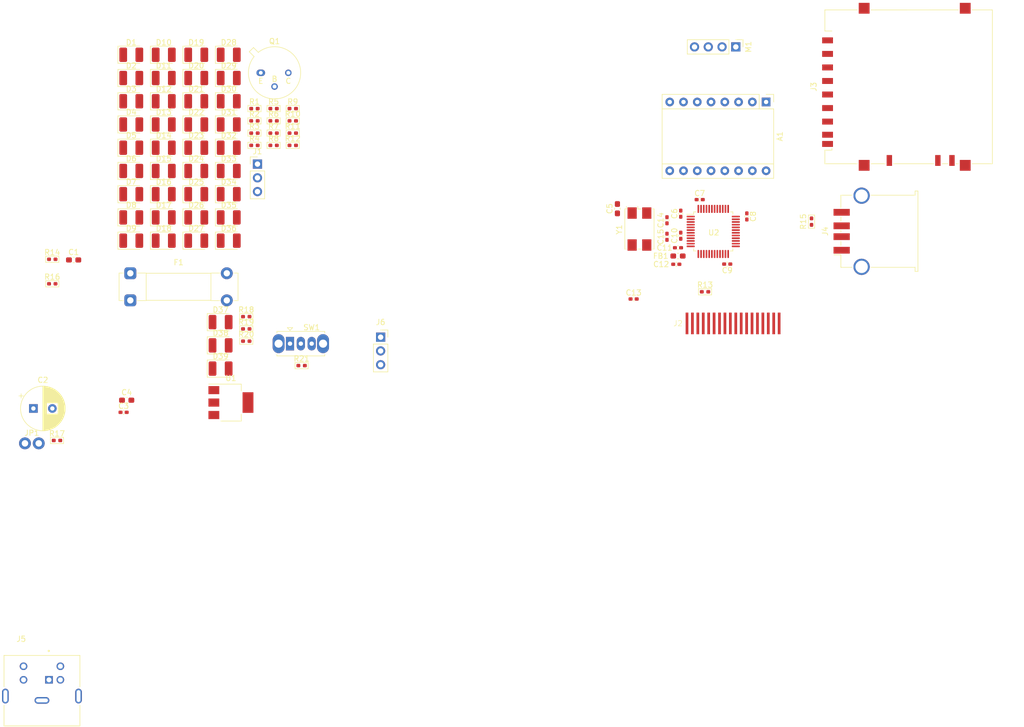
<source format=kicad_pcb>
(kicad_pcb (version 20221018) (generator pcbnew)
  (layers (0 "F.Cu" signal) (31 "B.Cu" signal) (34 "B.Paste" user) (35 "F.Paste" user) (36 "B.SilkS" user "B.Silkscreen") (37 "F.SilkS" user "F.Silkscreen") (38 "B.Mask" user) (39 "F.Mask" user) (44 "Edge.Cuts" user))
  (net 0 "")
  (net 1 "GND")
  (net 2 "+3V3")
  (net 3 "Net-(A1-1B)")
  (net 4 "Net-(A1-1A)")
  (net 5 "Net-(A1-2A)")
  (net 6 "Net-(A1-2B)")
  (net 7 "+12V")
  (net 8 "Net-(A1-~{RESET})")
  (net 9 "Net-(A1-~{SLEEP})")
  (net 10 "+5V")
  (net 11 "Net-(D39-A)")
  (net 12 "/STM32F103C8T6_MCU/+3.3VA")
  (net 13 "/STM32F103C8T6_MCU/NRST_C17_P1")
  (net 14 "/STM32F103C8T6_MCU/HSE_IN_Y1_P1")
  (net 15 "/STM32F103C8T6_MCU/HSE_OUT_Y1_P3")
  (net 16 "Net-(D1-K)")
  (net 17 "Net-(D1-A)")
  (net 18 "Net-(D2-A)")
  (net 19 "/UVLED_Panel/Q1_P3")
  (net 20 "Net-(D4-K)")
  (net 21 "Net-(D4-A)")
  (net 22 "Net-(D5-A)")
  (net 23 "Net-(D7-K)")
  (net 24 "Net-(D7-A)")
  (net 25 "Net-(D8-A)")
  (net 26 "Net-(D10-K)")
  (net 27 "Net-(D10-A)")
  (net 28 "Net-(D11-A)")
  (net 29 "Net-(D13-K)")
  (net 30 "Net-(D13-A)")
  (net 31 "Net-(D14-A)")
  (net 32 "Net-(D16-K)")
  (net 33 "Net-(D16-A)")
  (net 34 "Net-(D17-A)")
  (net 35 "Net-(D19-K)")
  (net 36 "Net-(D19-A)")
  (net 37 "Net-(D20-A)")
  (net 38 "Net-(D22-K)")
  (net 39 "Net-(D22-A)")
  (net 40 "Net-(D23-A)")
  (net 41 "Net-(D25-K)")
  (net 42 "Net-(D25-A)")
  (net 43 "Net-(D26-A)")
  (net 44 "Net-(D28-K)")
  (net 45 "Net-(D28-A)")
  (net 46 "Net-(D29-A)")
  (net 47 "Net-(D31-K)")
  (net 48 "Net-(D31-A)")
  (net 49 "Net-(D32-A)")
  (net 50 "Net-(D34-K)")
  (net 51 "Net-(D34-A)")
  (net 52 "Net-(D35-A)")
  (net 53 "Net-(D37-K)")
  (net 54 "Net-(D38-K)")
  (net 55 "Net-(D39-K)")
  (net 56 "/UVLED_Panel/PB7_UV_LED_ON")
  (net 57 "TFT_RST")
  (net 58 "SPI_1_SCLK")
  (net 59 "TFT_RS")
  (net 60 "TFT_CS")
  (net 61 "SPI_1_MOSI")
  (net 62 "SPI_1_MISO")
  (net 72 "SD_CS")
  (net 73 "SPI_2_MOSI")
  (net 74 "Net-(J3-CLK)")
  (net 75 "SPI_2_MISO")
  (net 78 "USB_D-")
  (net 79 "USB_D+")
  (net 81 "/STM32F103C8T6_MCU/PB7_UV_LED_ON")
  (net 82 "SPI_2_SCLK")
  (net 83 "/STM32F103C8T6_MCU/SW1_R22_P2")
  (net 84 "/STM32F103C8T6_MCU/BOOT0_R22_P1")
  (net 96 "PB6_A4988_ENABLE")
  (net 97 "PB3_A4988_MS3")
  (net 101 "PB5_A4988_MS1")
  (net 102 "PB4_A4988_MS2")
  (net 103 "PA15_A4988_STEP")
  (net 104 "PA14_A4988_DIR")
  (footprint "LED_SMD:LED_1210_3225Metric_Pad1.42x2.65mm_HandSolder" (layer "F.Cu") (at 86.075 73.62)
    (fp_text reference "D9" (at 0 -2.28) (layer "F.SilkS"))
    (fp_text value "LED")
    (pad "1" smd roundrect (at -1.4875 0) (size 1.425 2.65) (layers "F.Cu" "F.Paste" "F.Mask") (roundrect_rratio 0.175439) (net 25 "Net-(D8-A)"))
    (pad "2" smd roundrect (at 1.4875 0) (size 1.425 2.65) (layers "F.Cu" "F.Paste" "F.Mask") (roundrect_rratio 0.175439) (net 19 "/UVLED_Panel/Q1_P3"))
  )
  (footprint "LED_SMD:LED_1210_3225Metric_Pad1.42x2.65mm_HandSolder" (layer "F.Cu") (at 86.075 60.75)
    (fp_text reference "D6" (at 0 -2.28) (layer "F.SilkS"))
    (fp_text value "LED")
    (pad "1" smd roundrect (at -1.4875 0) (size 1.425 2.65) (layers "F.Cu" "F.Paste" "F.Mask") (roundrect_rratio 0.175439) (net 22 "Net-(D5-A)"))
    (pad "2" smd roundrect (at 1.4875 0) (size 1.425 2.65) (layers "F.Cu" "F.Paste" "F.Mask") (roundrect_rratio 0.175439) (net 19 "/UVLED_Panel/Q1_P3"))
  )
  (footprint "PCM_Resistor_SMD_AKL:R_0402_1005Metric_Pad0.72x0.64mm_HandSolder" (layer "F.Cu") (at 112.3345 53.7625)
    (fp_text reference "R7" (at 0 -1.27) (layer "F.SilkS"))
    (fp_text value "120R")
    (pad "1" smd roundrect (at -0.5975 0) (size 0.715 0.64) (layers "F.Cu" "F.Paste" "F.Mask") (net 1 "GND"))
    (pad "2" smd roundrect (at 0.5975 0) (size 0.715 0.64) (layers "F.Cu" "F.Paste" "F.Mask") (net 35 "Net-(D19-K)"))
  )
  (footprint "Capacitor_SMD:C_0402_1005Metric_Pad0.74x0.62mm_HandSolder" (layer "F.Cu") (at 186.944 74.93 180)
    (fp_text reference "C11" (at 2.4805 0) (layer "F.SilkS"))
    (fp_text value "1uC" hide)
    (pad "1" smd roundrect (at -0.5675 0 180) (size 0.735 0.62) (layers "F.Cu" "F.Paste" "F.Mask") (net 12 "/STM32F103C8T6_MCU/+3.3VA"))
    (pad "2" smd roundrect (at 0.5675 0 180) (size 0.735 0.62) (layers "F.Cu" "F.Paste" "F.Mask") (net 1 "GND"))
  )
  (footprint "PCM_Resistor_SMD_AKL:R_0402_1005Metric_Pad0.72x0.64mm_HandSolder" (layer "F.Cu") (at 191.9345 83.058)
    (fp_text reference "R13" (at 0 -1.27) (layer "F.SilkS"))
    (fp_text value "10kR" hide)
    (pad "1" smd roundrect (at -0.5975 0) (size 0.715 0.64) (layers "F.Cu" "F.Paste" "F.Mask") (net 2 "+3V3"))
    (pad "2" smd roundrect (at 0.5975 0) (size 0.715 0.64) (layers "F.Cu" "F.Paste" "F.Mask") (net 60 "TFT_CS"))
  )
  (footprint "Package_TO_SOT_SMD:SOT-223-3_TabPin2" (layer "F.Cu") (at 104.46 103.51)
    (fp_text reference "U1" (at 0 -4.5) (layer "F.SilkS"))
    (fp_text value "LD1117S33TR_SOT223")
    (pad "1" smd rect (at -3.15 -2.3) (size 2 1.5) (layers "F.Cu" "F.Paste" "F.Mask") (net 1 "GND"))
    (pad "2" smd rect (at -3.15 0) (size 2 1.5) (layers "F.Cu" "F.Paste" "F.Mask") (net 11 "Net-(D39-A)"))
    (pad "2" smd rect (at 3.15 0) (size 2 3.8) (layers "F.Cu" "F.Paste" "F.Mask") (net 11 "Net-(D39-A)"))
    (pad "3" smd rect (at -3.15 2.3) (size 2 1.5) (layers "F.Cu" "F.Paste" "F.Mask") (net 10 "+5V"))
  )
  (footprint "LED_SMD:LED_1210_3225Metric_Pad1.42x2.65mm_HandSolder" (layer "F.Cu") (at 98.065 47.88)
    (fp_text reference "D21" (at 0 -2.28) (layer "F.SilkS"))
    (fp_text value "LED")
    (pad "1" smd roundrect (at -1.4875 0) (size 1.425 2.65) (layers "F.Cu" "F.Paste" "F.Mask") (roundrect_rratio 0.175439) (net 37 "Net-(D20-A)"))
    (pad "2" smd roundrect (at 1.4875 0) (size 1.425 2.65) (layers "F.Cu" "F.Paste" "F.Mask") (roundrect_rratio 0.175439) (net 19 "/UVLED_Panel/Q1_P3"))
  )
  (footprint "PCM_Resistor_SMD_AKL:R_0402_1005Metric_Pad0.72x0.64mm_HandSolder" (layer "F.Cu") (at 107.2915 89.9095)
    (fp_text reference "R19" (at 0 -1.27) (layer "F.SilkS"))
    (fp_text value "500R")
    (pad "1" smd roundrect (at -0.5975 0) (size 0.715 0.64) (layers "F.Cu" "F.Paste" "F.Mask") (net 1 "GND"))
    (pad "2" smd roundrect (at 0.5975 0) (size 0.715 0.64) (layers "F.Cu" "F.Paste" "F.Mask") (net 54 "Net-(D38-K)"))
  )
  (footprint "Connector_PinHeader_2.54mm:PinHeader_1x03_P2.54mm_Vertical" (layer "F.Cu") (at 109.36 59.48)
    (fp_text reference "J1" (at 0 -2.33) (layer "F.SilkS"))
    (fp_text value "Conn_01x03_Pin")
    (pad "1" thru_hole rect (at 0 0) (size 1.7 1.7) (drill 1) (layers "*.Cu" "*.Mask") (net 7 "+12V"))
    (pad "2" thru_hole oval (at 0 2.54) (size 1.7 1.7) (drill 1) (layers "*.Cu" "*.Mask") (net 56 "/UVLED_Panel/PB7_UV_LED_ON"))
    (pad "3" thru_hole oval (at 0 5.08) (size 1.7 1.7) (drill 1) (layers "*.Cu" "*.Mask") (net 1 "GND"))
  )
  (footprint "PCM_Jumper_AKL:Jumper_P2.54mm_D1.2mm" (layer "F.Cu") (at 66.463 111.043)
    (fp_text reference "JP1" (at 1.27 -1.92) (layer "F.SilkS"))
    (fp_text value "Open" hide)
    (pad "1" thru_hole circle (at 0 0) (size 2.2 2.2) (drill 1.2) (layers "*.Cu" "*.Mask") (net 9 "Net-(A1-~{SLEEP})"))
    (pad "2" thru_hole circle (at 2.54 0) (size 2.2 2.2) (drill 1.2) (layers "*.Cu" "*.Mask") (net 8 "Net-(A1-~{RESET})"))
  )
  (footprint "LED_SMD:LED_1210_3225Metric_Pad1.42x2.65mm_HandSolder" (layer "F.Cu") (at 98.065 52.17)
    (fp_text reference "D22" (at 0 -2.28) (layer "F.SilkS"))
    (fp_text value "LED")
    (pad "1" smd roundrect (at -1.4875 0) (size 1.425 2.65) (layers "F.Cu" "F.Paste" "F.Mask") (roundrect_rratio 0.175439) (net 38 "Net-(D22-K)"))
    (pad "2" smd roundrect (at 1.4875 0) (size 1.425 2.65) (layers "F.Cu" "F.Paste" "F.Mask") (roundrect_rratio 0.175439) (net 39 "Net-(D22-A)"))
  )
  (footprint "LED_SMD:LED_1210_3225Metric_Pad1.42x2.65mm_HandSolder" (layer "F.Cu") (at 86.075 39.3)
    (fp_text reference "D1" (at 0 -2.28) (layer "F.SilkS"))
    (fp_text value "LED")
    (pad "1" smd roundrect (at -1.4875 0) (size 1.425 2.65) (layers "F.Cu" "F.Paste" "F.Mask") (roundrect_rratio 0.175439) (net 16 "Net-(D1-K)"))
    (pad "2" smd roundrect (at 1.4875 0) (size 1.425 2.65) (layers "F.Cu" "F.Paste" "F.Mask") (roundrect_rratio 0.175439) (net 17 "Net-(D1-A)"))
  )
  (footprint "LED_SMD:LED_1210_3225Metric_Pad1.42x2.65mm_HandSolder" (layer "F.Cu") (at 104.06 43.59)
    (fp_text reference "D29" (at 0 -2.28) (layer "F.SilkS"))
    (fp_text value "LED")
    (pad "1" smd roundrect (at -1.4875 0) (size 1.425 2.65) (layers "F.Cu" "F.Paste" "F.Mask") (roundrect_rratio 0.175439) (net 45 "Net-(D28-A)"))
    (pad "2" smd roundrect (at 1.4875 0) (size 1.425 2.65) (layers "F.Cu" "F.Paste" "F.Mask") (roundrect_rratio 0.175439) (net 46 "Net-(D29-A)"))
  )
  (footprint "Button_Switch_THT:SW_Slide_1P2T_CK_OS102011MS2Q" (layer "F.Cu") (at 115.36 92.635)
    (fp_text reference "SW1" (at 3.99 -2.99) (layer "F.SilkS"))
    (fp_text value "SW_SPDT")
    (pad "" thru_hole oval (at -2.1 0) (size 2.2 3.5) (drill 1.5) (layers "*.Cu" "*.Mask"))
    (pad "" thru_hole oval (at 6.1 0) (size 2.2 3.5) (drill 1.5) (layers "*.Cu" "*.Mask"))
    (pad "1" thru_hole rect (at 0 0) (size 1.5 2.5) (drill 0.8) (layers "*.Cu" "*.Mask") (net 1 "GND"))
    (pad "2" thru_hole oval (at 2 0) (size 1.5 2.5) (drill 0.8) (layers "*.Cu" "*.Mask") (net 83 "/STM32F103C8T6_MCU/SW1_R22_P2"))
    (pad "3" thru_hole oval (at 4 0) (size 1.5 2.5) (drill 0.8) (layers "*.Cu" "*.Mask") (net 2 "+3V3"))
  )
  (footprint "PCM_Resistor_SMD_AKL:R_0402_1005Metric_Pad0.72x0.64mm_HandSolder" (layer "F.Cu") (at 211.582 70.104 -90)
    (fp_text reference "R15" (at 0 1.524 90) (layer "F.SilkS"))
    (fp_text value "1.5kR" hide)
    (pad "1" smd roundrect (at -0.5975 0 270) (size 0.715 0.64) (layers "F.Cu" "F.Paste" "F.Mask") (net 2 "+3V3"))
    (pad "2" smd roundrect (at 0.5975 0 270) (size 0.715 0.64) (layers "F.Cu" "F.Paste" "F.Mask") (net 79 "USB_D+"))
  )
  (footprint "LED_SMD:LED_1210_3225Metric_Pad1.42x2.65mm_HandSolder" (layer "F.Cu") (at 86.075 52.17)
    (fp_text reference "D4" (at 0 -2.28) (layer "F.SilkS"))
    (fp_text value "LED")
    (pad "1" smd roundrect (at -1.4875 0) (size 1.425 2.65) (layers "F.Cu" "F.Paste" "F.Mask") (roundrect_rratio 0.175439) (net 20 "Net-(D4-K)"))
    (pad "2" smd roundrect (at 1.4875 0) (size 1.425 2.65) (layers "F.Cu" "F.Paste" "F.Mask") (roundrect_rratio 0.175439) (net 21 "Net-(D4-A)"))
  )
  (footprint "PCM_Resistor_SMD_AKL:R_0402_1005Metric_Pad0.72x0.64mm_HandSolder" (layer "F.Cu") (at 115.8675 51.4995)
    (fp_text reference "R10" (at 0 -1.27) (layer "F.SilkS"))
    (fp_text value "120R")
    (pad "1" smd roundrect (at -0.5975 0) (size 0.715 0.64) (layers "F.Cu" "F.Paste" "F.Mask") (net 1 "GND"))
    (pad "2" smd roundrect (at 0.5975 0) (size 0.715 0.64) (layers "F.Cu" "F.Paste" "F.Mask") (net 44 "Net-(D28-K)"))
  )
  (footprint "Capacitor_SMD:C_0402_1005Metric_Pad0.74x0.62mm_HandSolder" (layer "F.Cu") (at 186.6305 77.978)
    (fp_text reference "C12" (at -2.794 0) (layer "F.SilkS"))
    (fp_text value "1uC" hide)
    (pad "1" smd roundrect (at -0.5675 0) (size 0.735 0.62) (layers "F.Cu" "F.Paste" "F.Mask") (net 2 "+3V3"))
    (pad "2" smd roundrect (at 0.5675 0) (size 0.735 0.62) (layers "F.Cu" "F.Paste" "F.Mask") (net 1 "GND"))
  )
  (footprint "LED_SMD:LED_1210_3225Metric_Pad1.42x2.65mm_HandSolder" (layer "F.Cu") (at 92.07 73.62)
    (fp_text reference "D18" (at 0 -2.28) (layer "F.SilkS"))
    (fp_text value "LED")
    (pad "1" smd roundrect (at -1.4875 0) (size 1.425 2.65) (layers "F.Cu" "F.Paste" "F.Mask") (roundrect_rratio 0.175439) (net 34 "Net-(D17-A)"))
    (pad "2" smd roundrect (at 1.4875 0) (size 1.425 2.65) (layers "F.Cu" "F.Paste" "F.Mask") (roundrect_rratio 0.175439) (net 19 "/UVLED_Panel/Q1_P3"))
  )
  (footprint "Connector_PinSocket_2.54mm:PinSocket_1x03_P2.54mm_Vertical" (layer "F.Cu") (at 132.08 91.44)
    (fp_text reference "J6" (at 0 -2.77) (layer "F.SilkS"))
    (fp_text value "UV LED Socket")
    (pad "1" thru_hole rect (at 0 0) (size 1.7 1.7) (drill 1) (layers "*.Cu" "*.Mask") (net 7 "+12V"))
    (pad "2" thru_hole oval (at 0 2.54) (size 1.7 1.7) (drill 1) (layers "*.Cu" "*.Mask") (net 81 "/STM32F103C8T6_MCU/PB7_UV_LED_ON"))
    (pad "3" thru_hole oval (at 0 5.08) (size 1.7 1.7) (drill 1) (layers "*.Cu" "*.Mask") (net 1 "GND"))
  )
  (footprint "Capacitor_SMD:C_0402_1005Metric_Pad0.74x0.62mm_HandSolder" (layer "F.Cu") (at 184.912 69.85 90)
    (fp_text reference "C14" (at 0 -1.16 90) (layer "F.SilkS"))
    (fp_text value "14pC" hide)
    (pad "1" smd roundrect (at -0.5675 0 90) (size 0.735 0.62) (layers "F.Cu" "F.Paste" "F.Mask") (net 14 "/STM32F103C8T6_MCU/HSE_IN_Y1_P1"))
    (pad "2" smd roundrect (at 0.5675 0 90) (size 0.735 0.62) (layers "F.Cu" "F.Paste" "F.Mask") (net 1 "GND"))
  )
  (footprint "Capacitor_SMD:C_0402_1005Metric_Pad0.74x0.62mm_HandSolder" (layer "F.Cu") (at 196.0285 77.943941 180)
    (fp_text reference "C9" (at 0 -1.16) (layer "F.SilkS"))
    (fp_text value "100nC" hide)
    (pad "1" smd roundrect (at -0.5675 0 180) (size 0.735 0.62) (layers "F.Cu" "F.Paste" "F.Mask") (net 2 "+3V3"))
    (pad "2" smd roundrect (at 0.5675 0 180) (size 0.735 0.62) (layers "F.Cu" "F.Paste" "F.Mask") (net 1 "GND"))
  )
  (footprint "PCM_Resistor_SMD_AKL:R_0402_1005Metric_Pad0.72x0.64mm_HandSolder" (layer "F.Cu") (at 112.3345 56.0255)
    (fp_text reference "R8" (at 0 -1.27) (layer "F.SilkS"))
    (fp_text value "120R")
    (pad "1" smd roundrect (at -0.5975 0) (size 0.715 0.64) (layers "F.Cu" "F.Paste" "F.Mask") (net 1 "GND"))
    (pad "2" smd roundrect (at 0.5975 0) (size 0.715 0.64) (layers "F.Cu" "F.Paste" "F.Mask") (net 38 "Net-(D22-K)"))
  )
  (footprint "LED_SMD:LED_1210_3225Metric_Pad1.42x2.65mm_HandSolder" (layer "F.Cu") (at 92.07 43.59)
    (fp_text reference "D11" (at 0 -2.28) (layer "F.SilkS"))
    (fp_text value "LED")
    (pad "1" smd roundrect (at -1.4875 0) (size 1.425 2.65) (layers "F.Cu" "F.Paste" "F.Mask") (roundrect_rratio 0.175439) (net 27 "Net-(D10-A)"))
    (pad "2" smd roundrect (at 1.4875 0) (size 1.425 2.65) (layers "F.Cu" "F.Paste" "F.Mask") (roundrect_rratio 0.175439) (net 28 "Net-(D11-A)"))
  )
  (footprint "PCM_Resistor_SMD_AKL:R_0402_1005Metric_Pad0.72x0.64mm_HandSolder" (layer "F.Cu") (at 115.8675 56.0255)
    (fp_text reference "R12" (at 0 -1.27) (layer "F.SilkS"))
    (fp_text value "120R")
    (pad "1" smd roundrect (at -0.5975 0) (size 0.715 0.64) (layers "F.Cu" "F.Paste" "F.Mask") (net 1 "GND"))
    (pad "2" smd roundrect (at 0.5975 0) (size 0.715 0.64) (layers "F.Cu" "F.Paste" "F.Mask") (net 50 "Net-(D34-K)"))
  )
  (footprint "PCM_Package_TO_SOT_THT_AKL:TO-5-3_EBC" (layer "F.Cu") (at 109.97 42.63)
    (fp_text reference "Q1" (at 2.54 -5.82) (layer "F.SilkS"))
    (fp_text value "2N2222" hide)
    (fp_text user "E" (at 0 1.524 unlocked) (layer "F.SilkS"))
    (fp_text user "C" (at 5.08 1.524 unlocked) (layer "F.SilkS"))
    (fp_text user "B" (at 2.54 1.143 unlocked) (layer "F.SilkS"))
    (pad "1" thru_hole oval (at 0 0) (size 1.6 1.2) (drill 0.7) (layers "*.Cu" "*.Mask") (net 7 "+12V"))
    (pad "2" thru_hole oval (at 2.54 2.54) (size 1.2 1.2) (drill 0.7) (layers "*.Cu" "*.Mask") (net 56 "/UVLED_Panel/PB7_UV_LED_ON"))
    (pad "3" thru_hole oval (at 5.08 0) (size 1.2 1.2) (drill 0.7) (layers "*.Cu" "*.Mask") (net 19 "/UVLED_Panel/Q1_P3"))
  )
  (footprint "LED_SMD:LED_1210_3225Metric_Pad1.42x2.65mm_HandSolder" (layer "F.Cu") (at 104.06 47.88)
    (fp_text reference "D30" (at 0 -2.28) (layer "F.SilkS"))
    (fp_text value "LED")
    (pad "1" smd roundrect (at -1.4875 0) (size 1.425 2.65) (layers "F.Cu" "F.Paste" "F.Mask") (roundrect_rratio 0.175439) (net 46 "Net-(D29-A)"))
    (pad "2" smd roundrect (at 1.4875 0) (size 1.425 2.65) (layers "F.Cu" "F.Paste" "F.Mask") (roundrect_rratio 0.175439) (net 19 "/UVLED_Panel/Q1_P3"))
  )
  (footprint "Connector_Card:SD_Hirose_DM1AA_SF_PEJ82" (layer "F.Cu") (at 229.4895 45.212 90)
    (fp_text reference "J3" (at 0 -17.5 90) (layer "F.SilkS"))
    (fp_text value "SD_Card")
    (pad "" np_thru_hole circle (at -11.9 -12.75 90) (size 1.3 1.3) (drill 1.3) (layers "*.Cu" "*.Mask"))
    (pad "" np_thru_hole circle (at 10.5 -12.75 90) (size 1.3 1.3) (drill 1.3) (layers "*.Cu" "*.Mask"))
    (pad "1" smd rect (at 6.075 -14.95 90) (size 1.1 2) (layers "F.Cu" "F.Paste" "F.Mask") (net 72 "SD_CS"))
    (pad "2" smd rect (at 3.575 -14.95 90) (size 1.1 2) (layers "F.Cu" "F.Paste" "F.Mask") (net 73 "SPI_2_MOSI"))
    (pad "3" smd rect (at 1.075 -14.95 90) (size 1.1 2) (layers "F.Cu" "F.Paste" "F.Mask") (net 1 "GND"))
    (pad "4" smd rect (at -1.425 -14.95 90) (size 1.1 2) (layers "F.Cu" "F.Paste" "F.Mask") (net 2 "+3V3"))
    (pad "5" smd rect (at -3.925 -14.95 90) (size 1.1 2) (layers "F.Cu" "F.Paste" "F.Mask") (net 74 "Net-(J3-CLK)"))
    (pad "6" smd rect (at -6.425 -14.95 90) (size 1.1 2) (layers "F.Cu" "F.Paste" "F.Mask") (net 1 "GND"))
    (pad "7" smd rect (at -8.85 -14.95 90) (size 1.1 2) (layers "F.Cu" "F.Paste" "F.Mask") (net 75 "SPI_2_MISO"))
    (pad "8" smd rect (at -10.55 -14.95 90) (size 1.1 2) (layers "F.Cu" "F.Paste" "F.Mask"))
    (pad "9" smd rect (at 8.575 -14.95 90) (size 1.1 2) (layers "F.Cu" "F.Paste" "F.Mask"))
    (pad "CP" smd rect (at -13.6 -3.55 90) (size 2 1) (layers "F.Cu" "F.Paste" "F.Mask"))
    (pad "SH" smd rect (at -14.5 -8.2 90) (size 2 2) (layers "F.Cu" "F.Paste" "F.Mask"))
    (pad "SH" smd rect (at -14.5 10.45 90) (size 2 2) (layers "F.Cu" "F.Paste" "F.Mask"))
    (pad "SH" smd rect (at 14.5 -8.2 90) (size 2 2) (layers "F.Cu" "F.Paste" "F.Mask"))
    (pad "SH" smd rect (at 14.5 10.45 90) (size 2 2) (layers "F.Cu" "F.Paste" "F.Mask"))
    (pad "SW" smd rect (at -13.6 8 90) (size 2 1) (layers "F.Cu" "F.Paste" "F.Mask"))
    (pad "WP" smd rect (at -13.6 5.4 90) (size 2 1) (layers "F.Cu" "F.Paste" "F.Mask"))
  )
  (footprint "Fuse:Fuseholder_Clip-5x20mm_Bel_FC-203-22_Lateral_P17.80x5.00mm_D1.17mm_Horizontal" (layer "F.Cu") (at 85.9 79.64)
    (fp_text reference "F1" (at 8.9 -2) (layer "F.SilkS"))
    (fp_text value "500mA")
    (pad "1" thru_hole roundrect (at 0 0) (size 2.2 2.2) (drill 1.17) (layers "*.Cu" "*.Mask") (net 11 "Net-(D39-A)"))
    (pad "1" thru_hole roundrect (at 0 5) (size 2.2 2.2) (drill 1.17) (layers "*.Cu" "*.Mask") (net 11 "Net-(D39-A)"))
    (pad "2" thru_hole circle (at 17.8 0) (size 2.2 2.2) (drill 1.17) (layers "*.Cu" "*.Mask") (net 2 "+3V3"))
    (pad "2" thru_hole circle (at 17.8 5) (size 2.2 2.2) (drill 1.17) (layers "*.Cu" "*.Mask") (net 2 "+3V3"))
  )
  (footprint "LED_SMD:LED_1210_3225Metric_Pad1.42x2.65mm_HandSolder" (layer "F.Cu") (at 104.06 60.75)
    (fp_text reference "D33" (at 0 -2.28) (layer "F.SilkS"))
    (fp_text value "LED")
    (pad "1" smd roundrect (at -1.4875 0) (size 1.425 2.65) (layers "F.Cu" "F.Paste" "F.Mask") (roundrect_rratio 0.175439) (net 49 "Net-(D32-A)"))
    (pad "2" smd roundrect (at 1.4875 0) (size 1.425 2.65) (layers "F.Cu" "F.Paste" "F.Mask") (roundrect_rratio 0.175439) (net 19 "/UVLED_Panel/Q1_P3"))
  )
  (footprint "LED_SMD:LED_1210_3225Metric_Pad1.42x2.65mm_HandSolder" (layer "F.Cu") (at 98.065 56.46)
    (fp_text reference "D23" (at 0 -2.28) (layer "F.SilkS"))
    (fp_text value "LED")
    (pad "1" smd roundrect (at -1.4875 0) (size 1.425 2.65) (layers "F.Cu" "F.Paste" "F.Mask") (roundrect_rratio 0.175439) (net 39 "Net-(D22-A)"))
    (pad "2" smd roundrect (at 1.4875 0) (size 1.425 2.65) (layers "F.Cu" "F.Paste" "F.Mask") (roundrect_rratio 0.175439) (net 40 "Net-(D23-A)"))
  )
  (footprint "LED_SMD:LED_1210_3225Metric_Pad1.42x2.65mm_HandSolder" (layer "F.Cu") (at 92.07 69.33)
    (fp_text reference "D17" (at 0 -2.28) (layer "F.SilkS"))
    (fp_text value "LED")
    (pad "1" smd roundrect (at -1.4875 0) (size 1.425 2.65) (layers "F.Cu" "F.Paste" "F.Mask") (roundrect_rratio 0.175439) (net 33 "Net-(D16-A)"))
    (pad "2" smd roundrect (at 1.4875 0) (size 1.425 2.65) (layers "F.Cu" "F.Paste" "F.Mask") (roundrect_rratio 0.175439) (net 34 "Net-(D17-A)"))
  )
  (footprint "LED_SMD:LED_1210_3225Metric_Pad1.42x2.65mm_HandSolder" (layer "F.Cu") (at 104.06 73.62)
    (fp_text reference "D36" (at 0 -2.28) (layer "F.SilkS"))
    (fp_text value "LED")
    (pad "1" smd roundrect (at -1.4875 0) (size 1.425 2.65) (layers "F.Cu" "F.Paste" "F.Mask") (roundrect_rratio 0.175439) (net 52 "Net-(D35-A)"))
    (pad "2" smd roundrect (at 1.4875 0) (size 1.425 2.65) (layers "F.Cu" "F.Paste" "F.Mask") (roundrect_rratio 0.175439) (net 19 "/UVLED_Panel/Q1_P3"))
  )
  (footprint "PCM_Resistor_SMD_AKL:R_0402_1005Metric_Pad0.72x0.64mm_HandSolder" (layer "F.Cu") (at 112.3345 51.4995)
    (fp_text reference "R6" (at 0 -1.27) (layer "F.SilkS"))
    (fp_text value "120R")
    (pad "1" smd roundrect (at -0.5975 0) (size 0.715 0.64) (layers "F.Cu" "F.Paste" "F.Mask") (net 1 "GND"))
    (pad "2" smd roundrect (at 0.5975 0) (size 0.715 0.64) (layers "F.Cu" "F.Paste" "F.Mask") (net 32 "Net-(D16-K)"))
  )
  (footprint "Capacitor_SMD:C_0402_1005Metric_Pad0.74x0.62mm_HandSolder" (layer "F.Cu") (at 187.452 68.6395 90)
    (fp_text reference "C6" (at 0 -1.16 90) (layer "F.SilkS"))
    (fp_text value "100nC" hide)
    (pad "1" smd roundrect (at -0.5675 0 90) (size 0.735 0.62) (layers "F.Cu" "F.Paste" "F.Mask") (net 2 "+3V3"))
    (pad "2" smd roundrect (at 0.5675 0 90) (size 0.735 0.62) (layers "F.Cu" "F.Paste" "F.Mask") (net 1 "GND"))
  )
  (footprint "PCM_Resistor_SMD_AKL:R_0402_1005Metric_Pad0.72x0.64mm_HandSolder" (layer "F.Cu") (at 112.3345 49.2365)
    (fp_text reference "R5" (at 0 -1.27) (layer "F.SilkS"))
    (fp_text value "120R")
    (pad "1" smd roundrect (at -0.5975 0) (size 0.715 0.64) (layers "F.Cu" "F.Paste" "F.Mask") (net 1 "GND"))
    (pad "2" smd roundrect (at 0.5975 0) (size 0.715 0.64) (layers "F.Cu" "F.Paste" "F.Mask") (net 29 "Net-(D13-K)"))
  )
  (footprint "Capacitor_SMD:C_0402_1005Metric_Pad0.74x0.62mm_HandSolder" (layer "F.Cu") (at 184.912 72.898 90)
    (fp_text reference "C15" (at 0 -1.16 90) (layer "F.SilkS"))
    (fp_text value "14pC" hide)
    (pad "1" smd roundrect (at -0.5675 0 90) (size 0.735 0.62) (layers "F.Cu" "F.Paste" "F.Mask") (net 15 "/STM32F103C8T6_MCU/HSE_OUT_Y1_P3"))
    (pad "2" smd roundrect (at 0.5675 0 90) (size 0.735 0.62) (layers "F.Cu" "F.Paste" "F.Mask") (net 1 "GND"))
  )
  (footprint "PCM_Resistor_SMD_AKL:R_0402_1005Metric_Pad0.72x0.64mm_HandSolder" (layer "F.Cu") (at 115.8675 53.7625)
    (fp_text reference "R11" (at 0 -1.27) (layer "F.SilkS"))
    (fp_text value "120R")
    (pad "1" smd roundrect (at -0.5975 0) (size 0.715 0.64) (layers "F.Cu" "F.Paste" "F.Mask") (net 1 "GND"))
    (pad "2" smd roundrect (at 0.5975 0) (size 0.715 0.64) (layers "F.Cu" "F.Paste" "F.Mask") (net 47 "Net-(D31-K)"))
  )
  (footprint "LED_SMD:LED_1210_3225Metric_Pad1.42x2.65mm_HandSolder" (layer "F.Cu") (at 92.07 56.46)
    (fp_text reference "D14" (at 0 -2.28) (layer "F.SilkS"))
    (fp_text value "LED")
    (pad "1" smd roundrect (at -1.4875 0) (size 1.425 2.65) (layers "F.Cu" "F.Paste" "F.Mask") (roundrect_rratio 0.175439) (net 30 "Net-(D13-A)"))
    (pad "2" smd roundrect (at 1.4875 0) (size 1.425 2.65) (layers "F.Cu" "F.Paste" "F.Mask") (roundrect_rratio 0.175439) (net 31 "Net-(D14-A)"))
  )
  (footprint "LED_SMD:LED_1210_3225Metric_Pad1.42x2.65mm_HandSolder" (layer "F.Cu") (at 92.07 65.04)
    (fp_text reference "D16" (at 0 -2.28) (layer "F.SilkS"))
    (fp_text value "LED")
    (pad "1" smd roundrect (at -1.4875 0) (size 1.425 2.65) (layers "F.Cu" "F.Paste" "F.Mask") (roundrect_rratio 0.175439) (net 32 "Net-(D16-K)"))
    (pad "2" smd roundrect (at 1.4875 0) (size 1.425 2.65) (layers "F.Cu" "F.Paste" "F.Mask") (roundrect_rratio 0.175439) (net 33 "Net-(D16-A)"))
  )
  (footprint "Connector_USB:USB_A_TE_292303-7_Horizontal" (layer "F.Cu") (at 223.52 71.882 90)
    (fp_text reference "J4" (at 0 -9.42 90) (layer "F.SilkS"))
    (fp_text value "USB_A")
    (pad "1" smd rect (at -3.5 -6.38 90) (size 1.25 3) (layers "F.Cu" "F.Paste" "F.Mask") (net 10 "+5V"))
    (pad "2" smd rect (at -1 -6.38 90) (size 1.25 3) (layers "F.Cu" "F.Paste" "F.Mask") (net 78 "USB_D-"))
    (pad "3" smd rect (at 1 -6.38 90) (size 1.25 3) (layers "F.Cu" "F.Paste" "F.Mask") (net 79 "USB_D+"))
    (pad "4" smd rect (at 3.5 -6.38 90) (size 1.25 3) (layers "F.Cu" "F.Paste" "F.Mask") (net 1 "GND"))
    (pad "5" thru_hole circle (at -6.57 -2.7 90) (size 3 3) (drill 2.3) (layers "*.Cu" "*.Mask"))
    (pad "5" thru_hole circle (at 6.57 -2.7 90) (size 3 3) (drill 2.3) (layers "*.Cu" "*.Mask"))
  )
  (footprint "LED_SMD:LED_1210_3225Metric_Pad1.42x2.65mm_HandSolder" (layer "F.Cu") (at 104.06 69.33)
    (fp_text reference "D35" (at 0 -2.28) (layer "F.SilkS"))
    (fp_text value "LED")
    (pad "1" smd roundrect (at -1.4875 0) (size 1.425 2.65) (layers "F.Cu" "F.Paste" "F.Mask") (roundrect_rratio 0.175439) (net 51 "Net-(D34-A)"))
    (pad "2" smd roundrect (at 1.4875 0) (size 1.425 2.65) (layers "F.Cu" "F.Paste" "F.Mask") (roundrect_rratio 0.175439) (net 52 "Net-(D35-A)"))
  )
  (footprint "Capacitor_SMD:C_0402_1005Metric_Pad0.74x0.62mm_HandSolder" (layer "F.Cu") (at 199.644 69.1475 -90)
    (fp_text reference "C8" (at 0 -1.16 90) (layer "F.SilkS"))
    (fp_text value "100nC" hide)
    (pad "1" smd roundrect (at -0.5675 0 270) (size 0.735 0.62) (layers "F.Cu" "F.Paste" "F.Mask") (net 2 "+3V3"))
    (pad "2" smd roundrect (at 0.5675 0 270) (size 0.735 0.62) (layers "F.Cu" "F.Paste" "F.Mask") (net 1 "GND"))
  )
  (footprint "PCM_Resistor_SMD_AKL:R_0402_1005Metric_Pad0.72x0.64mm_HandSolder" (layer "F.Cu") (at 108.8015 56.0255)
    (fp_text reference "R4" (at 0 -1.27) (layer "F.SilkS"))
    (fp_text value "120R")
    (pad "1" smd roundrect (at -0.5975 0) (size 0.715 0.64) (layers "F.Cu" "F.Paste" "F.Mask") (net 1 "GND"))
    (pad "2" smd roundrect (at 0.5975 0) (size 0.715 0.64) (layers "F.Cu" "F.Paste" "F.Mask") (net 26 "Net-(D10-K)"))
  )
  (footprint "Capacitor_SMD:C_0603_1608Metric_Pad1.08x0.95mm_HandSolder" (layer "F.Cu") (at 75.44 77.18)
    (fp_text reference "C1" (at 0 -1.43) (layer "F.SilkS"))
    (fp_text value "100nC")
    (pad "1" smd roundrect (at -0.8625 0) (size 1.075 0.95) (layers "F.Cu" "F.Paste" "F.Mask") (net 2 "+3V3"))
    (pad "2" smd roundrect (at 0.8625 0) (size 1.075 0.95) (layers "F.Cu" "F.Paste" "F.Mask") (net 1 "GND"))
  )
  (footprint "LED_SMD:LED_1210_3225Metric_Pad1.42x2.65mm_HandSolder" (layer "F.Cu") (at 102.555 88.66)
    (fp_text reference "D37" (at 0 -2.28) (layer "F.SilkS"))
    (fp_text value "RED")
    (pad "1" smd roundrect (at -1.4875 0) (size 1.425 2.65) (layers "F.Cu" "F.Paste" "F.Mask") (roundrect_rratio 0.175439) (net 53 "Net-(D37-K)"))
    (pad "2" smd roundrect (at 1.4875 0) (size 1.425 2.65) (layers "F.Cu" "F.Paste" "F.Mask") (roundrect_rratio 0.175439) (net 10 "+5V"))
  )
  (footprint "PCM_Resistor_SMD_AKL:R_0402_1005Metric_Pad0.72x0.64mm_HandSolder" (layer "F.Cu") (at 117.5015 96.6865)
    (fp_text reference "R21" (at 0 -1.27) (layer "F.SilkS"))
    (fp_text value "10kR")
    (pad "1" smd roundrect (at -0.5975 0) (size 0.715 0.64) (layers "F.Cu" "F.Paste" "F.Mask") (net 84 "/STM32F103C8T6_MCU/BOOT0_R22_P1"))
    (pad "2" smd roundrect (at 0.5975 0) (size 0.715 0.64) (layers "F.Cu" "F.Paste" "F.Mask") (net 83 "/STM32F103C8T6_MCU/SW1_R22_P2"))
  )
  (footprint "LED_SMD:LED_1210_3225Metric_Pad1.42x2.65mm_HandSolder" (layer "F.Cu") (at 102.555 97.24)
    (fp_text reference "D39" (at 0 -2.28) (layer "F.SilkS"))
    (fp_text value "RED")
    (pad "1" smd roundrect (at -1.4875 0) (size 1.425 2.65) (layers "F.Cu" "F.Paste" "F.Mask") (roundrect_rratio 0.175439) (net 55 "Net-(D39-K)"))
    (pad "2" smd roundrect (at 1.4875 0) (size 1.425 2.65) (layers "F.Cu" "F.Paste" "F.Mask") (roundrect_rratio 0.175439) (net 11 "Net-(D39-A)"))
  )
  (footprint "PCM_Resistor_SMD_AKL:R_0402_1005Metric_Pad0.72x0.64mm_HandSolder" (layer "F.Cu") (at 108.8015 49.2365)
    (fp_text reference "R1" (at 0 -1.27) (layer "F.SilkS"))
    (fp_text value "120R")
    (pad "1" smd roundrect (at -0.5975 0) (size 0.715 0.64) (layers "F.Cu" "F.Paste" "F.Mask") (net 1 "GND"))
    (pad "2" smd roundrect (at 0.5975 0) (size 0.715 0.64) (layers "F.Cu" "F.Paste" "F.Mask") (net 16 "Net-(D1-K)"))
  )
  (footprint "LED_SMD:LED_1210_3225Metric_Pad1.42x2.65mm_HandSolder" (layer "F.Cu") (at 98.065 65.04)
    (fp_text reference "D25" (at 0 -2.28) (layer "F.SilkS"))
    (fp_text value "LED")
    (pad "1" smd roundrect (at -1.4875 0) (size 1.425 2.65) (layers "F.Cu" "F.Paste" "F.Mask") (roundrect_rratio 0.175439) (net 41 "Net-(D25-K)"))
    (pad "2" smd roundrect (at 1.4875 0) (size 1.425 2.65) (layers "F.Cu" "F.Paste" "F.Mask") (roundrect_rratio 0.175439) (net 42 "Net-(D25-A)"))
  )
  (footprint "LED_SMD:LED_1210_3225Metric_Pad1.42x2.65mm_HandSolder" (layer "F.Cu") (at 98.065 43.59)
    (fp_text reference "D20" (at 0 -2.28) (layer "F.SilkS"))
    (fp_text value "LED")
    (pad "1" smd roundrect (at -1.4875 0) (size 1.425 2.65) (layers "F.Cu" "F.Paste" "F.Mask") (roundrect_rratio 0.175439) (net 36 "Net-(D19-A)"))
    (pad "2" smd roundrect (at 1.4875 0) (size 1.425 2.65) (layers "F.Cu" "F.Paste" "F.Mask") (roundrect_rratio 0.175439) (net 37 "Net-(D20-A)"))
  )
  (footprint "LED_SMD:LED_1210_3225Metric_Pad1.42x2.65mm_HandSolder" (layer "F.Cu") (at 92.07 52.17)
    (fp_text reference "D13" (at 0 -2.28) (layer "F.SilkS"))
    (fp_text value "LED")
    (pad "1" smd roundrect (at -1.4875 0) (size 1.425 2.65) (layers "F.Cu" "F.Paste" "F.Mask") (roundrect_rratio 0.175439) (net 29 "Net-(D13-K)"))
    (pad "2" smd roundrect (at 1.4875 0) (size 1.425 2.65) (layers "F.Cu" "F.Paste" "F.Mask") (roundrect_rratio 0.175439) (net 30 "Net-(D13-A)"))
  )
  (footprint "LED_SMD:LED_1210_3225Metric_Pad1.42x2.65mm_HandSolder" (layer "F.Cu") (at 92.07 60.75)
    (fp_text reference "D15" (at 0 -2.28) (layer "F.SilkS"))
    (fp_text value "LED")
    (pad "1" smd roundrect (at -1.4875 0) (size 1.425 2.65) (layers "F.Cu" "F.Paste" "F.Mask") (roundrect_rratio 0.175439) (net 31 "Net-(D14-A)"))
    (pad "2" smd roundrect (at 1.4875 0) (size 1.425 2.65) (layers "F.Cu" "F.Paste" "F.Mask") (roundrect_rratio 0.175439) (net 19 "/UVLED_Panel/Q1_P3"))
  )
  (footprint "LED_SMD:LED_1210_3225Metric_Pad1.42x2.65mm_HandSolder" (layer "F.Cu") (at 98.065 73.62)
    (fp_text reference "D27" (at 0 -2.28) (layer "F.SilkS"))
    (fp_text value "LED")
    (pad "1" smd roundrect (at -1.4875 0) (size 1.425 2.65) (layers "F.Cu" "F.Paste" "F.Mask") (roundrect_rratio 0.175439) (net 43 "Net-(D26-A)"))
    (pad "2" smd roundrect (at 1.4875 0) (size 1.425 2.65) (layers "F.Cu" "F.Paste" "F.Mask") (roundrect_rratio 0.175439) (net 19 "/UVLED_Panel/Q1_P3"))
  )
  (footprint "PCM_Resistor_SMD_AKL:R_0402_1005Metric_Pad0.72x0.64mm_HandSolder" (layer "F.Cu") (at 115.8675 49.2365)
    (fp_text reference "R9" (at 0 -1.27) (layer "F.SilkS"))
    (fp_text value "120R")
    (pad "1" smd roundrect (at -0.5975 0) (size 0.715 0.64) (layers "F.Cu" "F.Paste" "F.Mask") (net 1 "GND"))
    (pad "2" smd roundrect (at 0.5975 0) (size 0.715 0.64) (layers "F.Cu" "F.Paste" "F.Mask") (net 41 "Net-(D25-K)"))
  )
  (footprint "LED_SMD:LED_1210_3225Metric_Pad1.42x2.65mm_HandSolder" (layer "F.Cu") (at 104.06 52.17)
    (fp_text reference "D31" (at 0 -2.28) (layer "F.SilkS"))
    (fp_text value "LED")
    (pad "1" smd roundrect (at -1.4875 0) (size 1.425 2.65) (layers "F.Cu" "F.Paste" "F.Mask") (roundrect_rratio 0.175439) (net 47 "Net-(D31-K)"))
    (pad "2" smd roundrect (at 1.4875 0) (size 1.425 2.65) (layers "F.Cu" "F.Paste" "F.Mask") (roundrect_rratio 0.175439) (net 48 "Net-(D31-A)"))
  )
  (footprint "LED_SMD:LED_1210_3225Metric_Pad1.42x2.65mm_HandSolder" (layer "F.Cu") (at 86.075 47.88)
    (fp_text reference "D3" (at 0 -2.28) (layer "F.SilkS"))
    (fp_text value "LED")
    (pad "1" smd roundrect (at -1.4875 0) (size 1.425 2.65) (layers "F.Cu" "F.Paste" "F.Mask") (roundrect_rratio 0.175439) (net 18 "Net-(D2-A)"))
    (pad "2" smd roundrect (at 1.4875 0) (size 1.425 2.65) (layers "F.Cu" "F.Paste" "F.Mask") (roundrect_rratio 0.175439) (net 19 "/UVLED_Panel/Q1_P3"))
  )
  (footprint "Capacitor_THT:CP_Radial_D8.0mm_P3.50mm" (layer "F.Cu") (at 68.014698 104.6)
    (fp_text reference "C2" (at 1.75 -5.25) (layer "F.SilkS"))
    (fp_text value "100uC")
    (pad "1" thru_hole rect (at 0 0) (size 1.6 1.6) (drill 0.8) (layers "*.Cu" "*.Mask") (net 7 "+12V"))
    (pad "2" thru_hole circle (at 3.5 0) (size 1.6 1.6) (drill 0.8) (layers "*.Cu" "*.Mask") (net 1 "GND"))
  )
  (footprint "Capacitor_SMD:C_0402_1005Metric_Pad0.74x0.62mm_HandSolder" (layer "F.Cu") (at 178.7565 84.39)
    (fp_text reference "C13" (at 0 -1.16) (layer "F.SilkS"))
    (fp_text value "100nC" hide)
    (pad "1" smd roundrect (at -0.5675 0) (size 0.735 0.62) (layers "F.Cu" "F.Paste" "F.Mask") (net 13 "/STM32F103C8T6_MCU/NRST_C17_P1"))
    (pad "2" smd roundrect (at 0.5675 0) (size 0.735 0.62) (layers "F.Cu" "F.Paste" "F.Mask") (net 1 "GND"))
  )
  (footprint "PCM_Resistor_SMD_AKL:R_0402_1005Metric_Pad0.72x0.64mm_HandSolder" (layer "F.Cu") (at 72.3715 110.5065)
    (fp_text reference "R17" (at 0 -1.27) (layer "F.SilkS"))
    (fp_text value "10kR")
    (pad "1" smd roundrect (at -0.5975 0) (size 0.715 0.64) (layers "F.Cu" "F.Paste" "F.Mask") (net 96 "PB6_A4988_ENABLE"))
    (pad "2" smd roundrect (at 0.5975 0) (size 0.715 0.64) (layers "F.Cu" "F.Paste" "F.Mask") (net 1 "GND"))
  )
  (footprint "PCM_Resistor_SMD_AKL:R_0402_1005Metric_Pad0.72x0.64mm_HandSolder" (layer "F.Cu") (at 108.8015 53.7625)
    (fp_text reference "R3" (at 0 -1.27) (layer "F.SilkS"))
    (fp_text value "120R")
    (pad "1" smd roundrect (at -0.5975 0) (size 0.715 0.64) (layers "F.Cu" "F.Paste" "F.Mask") (net 1 "GND"))
    (pad "2" smd roundrect (at 0.5975 0) (size 0.715 0.64) (layers "F.Cu" "F.Paste" "F.Mask") (net 23 "Net-(D7-K)"))
  )
  (footprint "Connector_PinHeader_2.54mm:PinHeader_1x04_P2.54mm_Vertical" (layer "F.Cu") (at 197.612 37.846 -90)
    (fp_text reference "M1" (at 0 -2.33 90) (layer "F.SilkS"))
    (fp_text value "Z-Axis Stepper Motor")
    (pad "1" thru_hole rect (at 0 0 270) (size 1.7 1.7) (drill 1) (layers "*.Cu" "*.Mask") (net 4 "Net-(A1-1A)"))
    (pad "2" thru_hole oval (at 0 2.54 270) (size 1.7 1.7) (drill 1) (layers "*.Cu" "*.Mask") (net 3 "Net-(A1-1B)"))
    (pad "3" thru_hole oval (at 0 5.08 270) (size 1.7 1.7) (drill 1) (layers "*.Cu" "*.Mask") (net 5 "Net-(A1-2A)"))
    (pad "4" thru_hole oval (at 0 7.62 270) (size 1.7 1.7) (drill 1) (layers "*.Cu" "*.Mask") (net 6 "Net-(A1-2B)"))
  )
  (footprint "PCM_Resistor_SMD_AKL:R_0402_1005Metric_Pad0.72x0.64mm_HandSolder" (layer "F.Cu") (at 108.8015 51.4995)
    (fp_text reference "R2" (at 0 -1.27) (layer "F.SilkS"))
    (fp_text value "120R")
    (pad "1" smd roundrect (at -0.5975 0) (size 0.715 0.64) (layers "F.Cu" "F.Paste" "F.Mask") (net 1 "GND"))
    (pad "2" smd roundrect (at 0.5975 0) (size 0.715 0.64) (layers "F.Cu" "F.Paste" "F.Mask") (net 20 "Net-(D4-K)"))
  )
  (footprint "LED_SMD:LED_1210_3225Metric_Pad1.42x2.65mm_HandSolder" (layer "F.Cu") (at 92.07 47.88)
    (fp_text reference "D12" (at 0 -2.28) (layer "F.SilkS"))
    (fp_text value "LED")
    (pad "1" smd roundrect (at -1.4875 0) (size 1.425 2.65) (layers "F.Cu" "F.Paste" "F.Mask") (roundrect_rratio 0.175439) (net 28 "Net-(D11-A)"))
    (pad "2" smd roundrect (at 1.4875 0) (size 1.425 2.65) (layers "F.Cu" "F.Paste" "F.Mask") (roundrect_rratio 0.175439) (net 19 "/UVLED_Panel/Q1_P3"))
  )
  (footprint "LED_SMD:LED_1210_3225Metric_Pad1.42x2.65mm_HandSolder" (layer "F.Cu") (at 86.075 43.59)
    (fp_text reference "D2" (at 0 -2.28) (layer "F.SilkS"))
    (fp_text value "LED")
    (pad "1" smd roundrect (at -1.4875 0) (size 1.425 2.65) (layers "F.Cu" "F.Paste" "F.Mask") (roundrect_rratio 0.175439) (net 17 "Net-(D1-A)"))
    (pad "2" smd roundrect (at 1.4875 0) (size 1.425 2.65) (layers "F.Cu" "F.Paste" "F.Mask") (roundrect_rratio 0.175439) (net 18 "Net-(D2-A)"))
  )
  (footprint "LED_SMD:LED_1210_3225Metric_Pad1.42x2.65mm_HandSolder" (layer "F.Cu") (at 86.075 56.46)
    (fp_text reference "D5" (at 0 -2.28) (layer "F.SilkS"))
    (fp_text value "LED")
    (pad "1" smd roundrect (at -1.4875 0) (size 1.425 2.65) (layers "F.Cu" "F.Paste" "F.Mask") (roundrect_rratio 0.175439) (net 21 "Net-(D4-A)"))
    (pad "2" smd roundrect (at 1.4875 0) (size 1.425 2.65) (layers "F.Cu" "F.Paste" "F.Mask") (roundrect_rratio 0.175439) (net 22 "Net-(D5-A)"))
  )
  (footprint "LED_SMD:LED_1210_3225Metric_Pad1.42x2.65mm_HandSolder" (layer "F.Cu") (at 86.075 65.04)
    (fp_text reference "D7" (at 0 -2.28) (layer "F.SilkS"))
    (fp_text value "LED")
    (pad "1" smd roundrect (at -1.4875 0) (size 1.425 2.65) (layers "F.Cu" "F.Paste" "F.Mask") (roundrect_rratio 0.175439) (net 23 "Net-(D7-K)"))
    (pad "2" smd roundrect (at 1.4875 0) (size 1.425 2.65) (layers "F.Cu" "F.Paste" "F.Mask") (roundrect_rratio 0.175439) (net 24 "Net-(D7-A)"))
  )
  (footprint "Capacitor_SMD:C_0603_1608Metric_Pad1.08x0.95mm_HandSolder" (layer "F.Cu") (at 175.768 67.7175 90)
    (fp_text reference "C5" (at 0 -1.43 90) (layer "F.SilkS"))
    (fp_text value "10uC" hide)
    (pad "1" smd roundrect (at -0.8625 0 90) (size 1.075 0.95) (layers "F.Cu" "F.Paste" "F.Mask") (net 2 "+3V3"))
    (pad "2" smd roundrect (at 0.8625 0 90) (size 1.075 0.95) (layers "F.Cu" "F.Paste" "F.Mask") (net 1 "GND"))
  )
  (footprint "Module:Pololu_Breakout-16_15.2x20.3mm" (layer "F.Cu") (at 203.2 48.016 -90)
    (fp_text reference "A1" (at 6.35 -2.54 90) (layer "F.SilkS"))
    (fp_text value "A4988")
    (pad "1" thru_hole rect (at 0 0 270) (size 1.6 1.6) (drill 0.8) (layers "*.Cu" "*.Mask") (net 1 "GND"))
    (pad "2" thru_hole oval (at 0 2.54 270) (size 1.6 1.6) (drill 0.8) (layers "*.Cu" "*.Mask") (net 2 "+3V3"))
    (pad "3" thru_hole oval (at 0 5.08 270) (size 1.6 1.6) (drill 0.8) (layers "*.Cu" "*.Mask") (net 3 "Net-(A1-1B)"))
    (pad "4" thru_hole oval (at 0 7.62 270) (size 1.6 1.6) (drill 0.8) (layers "*.Cu" "*.Mask") (net 4 "Net-(A1-1A)"))
    (pad "5" thru_hole oval (at 0 10.16 270) (size 1.6 1.6) (drill 0.8) (layers "*.Cu" "*.Mask") (net 5 "Net-(A1-2A)"))
    (pad "6" thru_hole oval (at 0 12.7 270) (size 1.6 1.6) (drill 0.8) (layers "*.Cu" "*.Mask") (net 6 "Net-(A1-2B)"))
    (pad "7" thru_hole oval (at 0 15.24 270) (size 1.6 1.6) (drill 0.8) (layers "*.Cu" "*.Mask") (net 1 "GND"))
    (pad "8" thru_hole oval (at 0 17.78 270) (size 1.6 1.6) (drill 0.8) (layers "*.Cu" "*.Mask") (net 7 "+12V"))
    (pad "9" thru_hole oval (at 12.7 17.78 270) (size 1.6 1.6) (drill 0.8) (layers "*.Cu" "*.Mask") (net 96 "PB6_A4988_ENABLE"))
    (pad "10" thru_hole oval (at 12.7 15.24 270) (size 1.6 1.6) (drill 0.8) (layers "*.Cu" "*.Mask") (net 101 "PB5_A4988_MS1"))
    (pad "11" thru_hole oval (at 12.7 12.7 270) (size 1.6 1.6) (drill 0.8) (layers "*.Cu" "*.Mask") (net 102 "PB4_A4988_MS2"))
    (pad "12" thru_hole oval (at 12.7 10.16 270) (size 1.6 1.6) (drill 0.8) (layers "*.Cu" "*.Mask") (net 97 "PB3_A4988_MS3"))
    (pad "13" thru_hole oval (at 12.7 7.62 270) (size 1.6 1.6) (drill 0.8) (layers "*.Cu" "*.Mask") (net 8 "Net-(A1-~{RESET})"))
    (pad "14" thru_hole oval (at 12.7 5.08 270) (size 1.6 1.6) (drill 0.8) (layers "*.Cu" "*.Mask") (net 9 "Net-(A1-~{SLEEP})"))
    (pad "15" thru_hole oval (at 12.7 2.54 270) (size 1.6 1.6) (drill 0.8) (layers "*.Cu" "*.Mask") (net 103 "PA15_A4988_STEP"))
    (pad "16" thru_hole oval (at 12.7 0 270) (size 1.6 1.6) (drill 0.8) (layers "*.Cu" "*.Mask") (net 104 "PA14_A4988_DIR"))
  )
  (footprint "LED_SMD:LED_1210_3225Metric_Pad1.42x2.65mm_HandSolder" (layer "F.Cu") (at 104.06 65.04)
    (fp_text reference "D34" (at 0 -2.28) (layer "F.SilkS"))
    (fp_text value "LED")
    (pad "1" smd roundrect (at -1.4875 0) (size 1.425 2.65) (layers "F.Cu" "F.Paste" "F.Mask") (roundrect_rratio 0.175439) (net 50 "Net-(D34-K)"))
    (pad "2" smd roundrect (at 1.4875 0) (size 1.425 2.65) (layers "F.Cu" "F.Paste" "F.Mask") (roundrect_rratio 0.175439) (net 51 "Net-(D34-A)"))
  )
  (footprint "Package_QFP:LQFP-48_7x7mm_P0.5mm" (layer "F.Cu") (at 193.4495 71.918)
    (fp_text reference "U2" (at 0.0985 0.218) (layer "F.SilkS"))
    (fp_text value "STM32F103C8Tx")
    (pad "1" smd roundrect (at -4.1625 -2.75) (size 1.475 0.3) (layers "F.Cu" "F.Paste" "F.Mask") (net 2 "+3V3"))
    (pad "2" smd roundrect (at -4.1625 -2.25) (size 1.475 0.3) (layers "F.Cu" "F.Paste" "F.Mask") (net 84 "/STM32F103C8T6_MCU/BOOT0_R22_P1"))
    (pad "3" smd roundrect (at -4.1625 -1.75) (size 1.475 0.3) (layers "F.Cu" "F.Paste" "F.Mask"))
    (pad "4" smd roundrect (at -4.1625 -1.25) (size 1.475 0.3) (layers "F.Cu" "F.Paste" "F.Mask"))
    (pad "5" smd roundrect (at -4.1625 -0.75) (size 1.475 0.3) (layers "F.Cu" "F.Paste" "F.Mask") (net 14 "/STM32F103C8T6_MCU/HSE_IN_Y1_P1"))
    (pad "6" smd roundrect (at -4.1625 -0.25) (size 1.475 0.3) (layers "F.Cu" "F.Paste" "F.Mask") (net 15 "/STM32F103C8T6_MCU/HSE_OUT_Y1_P3"))
    (pad "7" smd roundrect (at -4.1625 0.25) (size 1.475 0.3) (layers "F.Cu" "F.Paste" "F.Mask") (net 13 "/STM32F103C8T6_MCU/NRST_C17_P1"))
    (pad "8" smd roundrect (at -4.1625 0.75) (size 1.475 0.3) (layers "F.Cu" "F.Paste" "F.Mask") (net 1 "GND"))
    (pad "9" smd roundrect (at -4.1625 1.25) (size 1.475 0.3) (layers "F.Cu" "F.Paste" "F.Mask") (net 12 "/STM32F103C8T6_MCU/+3.3VA"))
    (pad "10" smd roundrect (at -4.1625 1.75) (size 1.475 0.3) (layers "F.Cu" "F.Paste" "F.Mask"))
    (pad "11" smd roundrect (at -4.1625 2.25) (size 1.475 0.3) (layers "F.Cu" "F.Paste" "F.Mask"))
    (pad "12" smd roundrect (at -4.1625 2.75) (size 1.475 0.3) (layers "F.Cu" "F.Paste" "F.Mask") (net 57 "TFT_RST"))
    (pad "13" smd roundrect (at -2.75 4.1625) (size 0.3 1.475) (layers "F.Cu" "F.Paste" "F.Mask") (net 59 "TFT_RS"))
    (pad "14" smd roundrect (at -2.25 4.1625) (size 0.3 1.475) (layers "F.Cu" "F.Paste" "F.Mask") (net 60 "TFT_CS"))
    (pad "15" smd roundrect (at -1.75 4.1625) (size 0.3 1.475) (layers "F.Cu" "F.Paste" "F.Mask") (net 58 "SPI_1_SCLK"))
    (pad "16" smd roundrect (at -1.25 4.1625) (size 0.3 1.475) (layers "F.Cu" "F.Paste" "F.Mask") (net 62 "SPI_1_MISO"))
    (pad "17" smd roundrect (at -0.75 4.1625) (size 0.3 1.475) (layers "F.Cu" "F.Paste" "F.Mask") (net 61 "SPI_1_MOSI"))
    (pad "18" smd roundrect (at -0.25 4.1625) (size 0.3 1.475) (layers "F.Cu" "F.Paste" "F.Mask"))
    (pad "19" smd roundrect (at 0.25 4.1625) (size 0.3 1.475) (layers "F.Cu" "F.Paste" "F.Mask"))
    (pad "20" smd roundrect (at 0.75 4.1625) (size 0.3 1.475) (layers "F.Cu" "F.Paste" "F.Mask"))
    (pad "21" smd roundrect (at 1.25 4.1625) (size 0.3 1.475) (layers "F.Cu" "F.Paste" "F.Mask"))
    (pad "22" smd roundrect (at 1.75 4.1625) (size 0.3 1.475) (layers "F.Cu" "F.Paste" "F.Mask"))
    (pad "23" smd roundrect (at 2.25 4.1625) (size 0.3 1.475) (layers "F.Cu" "F.Paste" "F.Mask") (net 1 "GND"))
    (pad "24" smd roundrect (at 2.75 4.1625) (size 0.3 1.475) (layers "F.Cu" "F.Paste" "F.Mask") (net 2 "+3V3"))
    (pad "25" smd roundrect (at 4.1625 2.75) (size 1.475 0.3) (layers "F.Cu" "F.Paste" "F.Mask") (net 72 "SD_CS"))
    (pad "26" smd roundrect (at 4.1625 2.25) (size 1.475 0.3) (layers "F.Cu" "F.Paste" "F.Mask") (net 82 "SPI_2_SCLK"))
    (pad "27" smd roundrect (at 4.1625 1.75) (size 1.475 0.3) (layers "F.Cu" "F.Paste" "F.Mask") (net 75 "SPI_2_MISO"))
    (pad "28" smd roundrect (at 4.1625 1.25) (size 1.475 0.3) (layers "F.Cu" "F.Paste" "F.Mask") (net 73 "SPI_2_MOSI"))
    (pad "29" smd roundrect (at 4.1625 0.75) (size 1.475 0.3) (layers "F.Cu" "F.Paste" "F.Mask"))
    (pad "30" smd roundrect (at 4.1625 0.25) (size 1.475 0.3) (layers "F.Cu" "F.Paste" "F.Mask"))
    (pad "31" smd roundrect (at 4.1625 -0.25) (size 1.475 0.3) (layers "F.Cu" "F.Paste" "F.Mask"))
    (pad "32" smd roundrect (at 4.1625 -0.75) (size 1.475 0.3) (layers "F.Cu" "F.Paste" "F.Mask") (net 78 "USB_D-"))
    (pad "33" smd roundrect (at 4.1625 -1.25) (size 1.475 0.3) (layers "F.Cu" "F.Paste" "F.Mask") (net 79 "USB_D+"))
    (pad "34" smd roundrect (at 4.1625 -1.75) (size 1.475 0.3) (layers "F.Cu" "F.Paste" "F.Mask"))
    (pad "35" smd roundrect (at 4.1625 -2.25) (size 1.475 0.3) (layers "F.Cu" "F.Paste" "F.Mask") (net 1 "GND"))
    (pad "36" smd roundrect (at 4.1625 -2.75) (size 1.475 0.3) (layers "F.Cu" "F.Paste" "F.Mask") (net 2 "+3V3"))
    (pad "37" smd roundrect (at 2.75 -4.1625) (size 0.3 1.475) (layers "F.Cu" "F.Paste" "F.Mask") (net 104 "PA14_A4988_DIR"))
    (pad "38" smd roundrect (at 2.25 -4.1625) (size 0.3 1.475) (layers "F.Cu" "F.Paste" "F.Mask") (net 103 "PA15_A4988_STEP"))
    (pad "39" smd roundrect (at 1.75 -4.1625) (size 0.3 1.475) (layers "F.Cu" "F.Paste" "F.Mask") (net 97 "PB3_A4988_MS3"))
    (pad "40" smd roundrect (at 1.25 -4.1625) (size 0.3 1.475) (layers "F.Cu" "F.Paste" "F.Mask") (net 102 "PB4_A4988_MS2"))
    (pad "41" smd roundrect (at 0.75 -4.1625) (size 0.3 1.475) (layers "F.Cu" "F.Paste" "F.Mask") (net 101 "PB5_A4988_MS1"))
    (pad "42" smd roundrect (at 0.25 -4.1625) (size 0.3 1.475) (layers "F.Cu" "F.Paste" "F.Mask") (net 96 "PB6_A4988_ENABLE"))
    (pad "43" smd roundrect (at -0.25 -4.1625) (size 0.3 1.475) (layers "F.Cu" "F.Paste" "F.Mask") (net 81 "/STM32F103C8T6_MCU/PB7_UV_LED_ON"))
    (pad "44" smd roundrect (at -0.75 -4.1625) (size 0.3 1.475) (layers "F.Cu" "F.Paste" "F.Mask") (net 84 "/STM32F103C8T6_MCU/BOOT0_R22_P1"))
    (pad "45" smd roundrect (at -1.25 -4.1625) (size 0.3 1.475) (layers "F.Cu" "F.Paste" "F.Mask"))
    (pad "46" smd roundrect (at -1.75 -4.1625) (size 0.3 1.475) (layers "F.Cu" "F.Paste" "F.Mask"))
    (pad "47" smd roundrect (at -2.25 -4.1625) (size 0.3 1.475) (layers "F.Cu" "F.Paste" "F.Mask") (net 1 "GND"))
    (pad "48" smd roundrect (at -2.75 -4.1625) (size 0.3 1.475) (layers "F.Cu" "F.Paste" "F.Mask") (net 2 "+3V3"))
  )
  (footprint "Crystal:Crystal_SMD_7050-4Pin_7.0x5.0mm" (layer "F.Cu") (at 179.832 71.472 -90)
    (fp_text reference "Y1" (at 0.098 3.73 90) (layer "F.SilkS"))
    (fp_text value "16MHz" hide)
    (pad "1" smd rect (at -2.95 1.35 270) (size 2.1 1.7) (layers "F.Cu" "F.Paste" "F.Mask") (net 14 "/STM32F103C8T6_MCU/HSE_IN_Y1_P1"))
    (pad "2" smd rect (at 2.95 1.35 270) (size 2.1 1.7) (layers "F.Cu" "F.Paste" "F.Mask") (net 1 "GND"))
    (pad "3" smd rect (at 2.95 -1.35 270) (size 2.1 1.7) (layers "F.Cu" "F.Paste" "F.Mask") (net 15 "/STM32F103C8T6_MCU/HSE_OUT_Y1_P3"))
    (pad "4" smd rect (at -2.95 -1.35 270) (size 2.1 1.7) (layers "F.Cu" "F.Paste" "F.Mask") (net 1 "GND"))
  )
  (footprint "PCM_Resistor_SMD_AKL:R_0402_1005Metric_Pad0.72x0.64mm_HandSolder" (layer "F.Cu") (at 71.5015 81.5825)
    (fp_text reference "R16" (at 0 -1.27) (layer "F.SilkS"))
    (fp_text value "1kR")
    (pad "1" smd roundrect (at -0.5975 0) (size 0.715 0.64) (layers "F.Cu" "F.Paste" "F.Mask") (net 82 "SPI_2_SCLK"))
    (pad "2" smd roundrect (at 0.5975 0) (size 0.715 0.64) (layers "F.Cu" "F.Paste" "F.Mask") (net 74 "Net-(J3-CLK)"))
  )
  (footprint "Inductor_SMD:L_0603_1608Metric_Pad1.05x0.95mm_HandSolder" (layer "F.Cu") (at 186.944 76.454 180)
    (fp_text reference "FB1" (at 3.189 0 180) (layer "F.SilkS"))
    (fp_text value "120R" hide)
    (pad "1" smd roundrect (at -0.875 0 180) (size 1.05 0.95) (layers "F.Cu" "F.Paste" "F.Mask") (net 12 "/STM32F103C8T6_MCU/+3.3VA"))
    (pad "2" smd roundrect (at 0.875 0 180) (size 1.05 0.95) (layers "F.Cu" "F.Paste" "F.Mask") (net 2 "+3V3"))
  )
  (footprint "Capacitor_SMD:C_0402_1005Metric_Pad0.74x0.62mm_HandSolder" (layer "F.Cu") (at 84.66 105.31)
    (fp_text reference "C3" (at 0 -1.16) (layer "F.SilkS"))
    (fp_text value "100nC")
    (pad "1" smd roundrect (at -0.5675 0) (size 0.735 0.62) (layers "F.Cu" "F.Paste" "F.Mask") (net 10 "+5V"))
    (pad "2" smd roundrect (at 0.5675 0) (size 0.735 0.62) (layers "F.Cu" "F.Paste" "F.Mask") (net 1 "GND"))
  )
  (footprint "LED_SMD:LED_1210_3225Metric_Pad1.42x2.65mm_HandSolder" (layer "F.Cu") (at 98.065 39.3)
    (fp_text reference "D19" (at 0 -2.28) (layer "F.SilkS"))
    (fp_text value "LED")
    (pad "1" smd roundrect (at -1.4875 0) (size 1.425 2.65) (layers "F.Cu" "F.Paste" "F.Mask") (roundrect_rratio 0.175439) (net 35 "Net-(D19-K)"))
    (pad "2" smd roundrect (at 1.4875 0) (size 1.425 2.65) (layers "F.Cu" "F.Paste" "F.Mask") (roundrect_rratio 0.175439) (net 36 "Net-(D19-A)"))
  )
  (footprint "Capacitor_SMD:C_0402_1005Metric_Pad0.74x0.62mm_HandSolder" (layer "F.Cu") (at 187.452 72.7035 90)
    (fp_text reference "C10" (at 0 -1.16 90) (layer "F.SilkS"))
    (fp_text value "10nC" hide)
    (pad "1" smd roundrect (at -0.5675 0 90) (size 0.735 0.62) (layers "F.Cu" "F.Paste" "F.Mask") (net 12 "/STM32F103C8T6_MCU/+3.3VA"))
    (pad "2" smd roundrect (at 0.5675 0 90) (size 0.735 0.62) (layers "F.Cu" "F.Paste" "F.Mask") (net 1 "GND"))
  )
  (footprint "Capacitor_SMD:C_0402_1005Metric_Pad0.74x0.62mm_HandSolder" (layer "F.Cu") (at 190.9485 66.04)
    (fp_text reference "C7" (at 0 -1.16) (layer "F.SilkS"))
    (fp_text value "100nC" hide)
    (pad "1" smd roundrect (at -0.5675 0) (size 0.735 0.62) (layers "F.Cu" "F.Paste" "F.Mask") (net 2 "+3V3"))
    (pad "2" smd roundrect (at 0.5675 0) (size 0.735 0.62) (layers "F.Cu" "F.Paste" "F.Mask") (net 1 "GND"))
  )
  (footprint "PCM_Resistor_SMD_AKL:R_0402_1005Metric_Pad0.72x0.64mm_HandSolder" (layer "F.Cu") (at 71.5015 77.0565)
    (fp_text reference "R14" (at 0 -1.27) (layer "F.SilkS"))
    (fp_text value "10kR")
    (pad "1" smd roundrect (at -0.5975 0) (size 0.715 0.64) (layers "F.Cu" "F.Paste" "F.Mask") (net 2 "+3V3"))
    (pad "2" smd roundrect (at 0.5975 0) (size 0.715 0.64) (layers "F.Cu" "F.Paste" "F.Mask") (net 72 "SD_CS"))
  )
  (footprint "ResinPrinter:18Pin_LCD_Panel" (layer "F.Cu") (at 197.104 88.9 90)
    (fp_text reference "J2" (at 0 -10.16 unlocked) (layer "F.SilkS") (effects (font (thickness 0.1))))
    (fp_text value "~" hide)
    (pad "1" smd rect (at 0 -8.5 90) (size 4 0.5) (layers "F.Cu" "F.Paste" "F.Mask") (net 1 "GND"))
    (pad "2" smd rect (at 0 -7.5 90) (size 4 0.5) (layers "F.Cu" "F.Paste" "F.Mask") (net 57 "TFT_RST"))
    (pad "3" smd rect (at 0 -6.5 90) (size 4 0.5) (layers "F.Cu" "F.Paste" "F.Mask") (net 58 "SPI_1_SCLK"))
    (pad "4" smd rect (at 0 -5.5 90) (size 4 0.5) (layers "F.Cu" "F.Paste" "F.Mask") (net 59 "TFT_RS"))
    (pad "5" smd rect (at 0 -4.5 90) (size 4 0.5) (layers "F.Cu" "F.Paste" "F.Mask") (net 60 "TFT_CS"))
    (pad "6" smd rect (at 0 -3.5 90) (size 4 0.5) (layers "F.Cu" "F.Paste" "F.Mask") (net 61 "SPI_1_MOSI"))
    (pad "7" smd rect (at 0 -2.5 90) (size 4 0.5) (layers "F.Cu" "F.Paste" "F.Mask") (net 62 "SPI_1_MISO"))
    (pad "8" smd rect (at 0 -1.5 90) (size 4 0.5) (layers "F.Cu" "F.Paste" "F.Mask") (net 1 "GND"))
    (pad "9" smd rect (at 0 -0.5 90) (size 4 0.5) (layers "F.Cu" "F.Paste" "F.Mask") (net 2 "+3V3"))
    (pad "10" smd rect (at 0 0.5 90) (size 4 0.5) (layers "F.Cu" "F.Paste" "F.Mask"))
    (pad "11" smd rect (at 0 1.5 90) (size 4 0.5) (layers "F.Cu" "F.Paste" "F.Mask"))
    (pad "12" smd rect (at 0 2.5 90) (size 4 0.5) (layers "F.Cu" "F.Paste" "F.Mask"))
    (pad "13" smd rect (at 0 3.5 90) (size 4 0.5) (layers "F.Cu" "F.Paste" "F.Mask"))
    (pad "14" smd rect (at 0 4.5 90) (size 4 0.5) (layers "F.Cu" "F.Paste" "F.Mask"))
    (pad "15" smd rect (at 0 5.5 90) (size 4 0.5) (layers "F.Cu" "F.Paste" "F.Mask"))
    (pad "16" smd rect (at 0 6.5 90) (size 4 0.5) (layers "F.Cu" "F.Paste" "F.Mask"))
    (pad "17" smd rect (at 0 7.5 90) (size 4 0.5) (layers "F.Cu" "F.Paste" "F.Mask"))
    (pad "18" smd rect (at 0 8.5 90) (size 4 0.5) (layers "F.Cu" "F.Paste" "F.Mask"))
  )
  (footprint "LED_SMD:LED_1210_3225Metric_Pad1.42x2.65mm_HandSolder" (layer "F.Cu") (at 86.075 69.33)
    (fp_text reference "D8" (at 0 -2.28) (layer "F.SilkS"))
    (fp_text value "LED")
    (pad "1" smd roundrect (at -1.4875 0) (size 1.425 2.65) (layers "F.Cu" "F.Paste" "F.Mask") (roundrect_rratio 0.175439) (net 24 "Net-(D7-A)"))
    (pad "2" smd roundrect (at 1.4875 0) (size 1.425 2.65) (layers "F.Cu" "F.Paste" "F.Mask") (roundrect_rratio 0.175439) (net 25 "Net-(D8-A)"))
  )
  (footprint "PCM_Resistor_SMD_AKL:R_0402_1005Metric_Pad0.72x0.64mm_HandSolder" (layer "F.Cu") (at 107.2915 87.6465)
    (fp_text reference "R18" (at 0 -1.27) (layer "F.SilkS"))
    (fp_text value "150R")
    (pad "1" smd roundrect (at -0.5975 0) (size 0.715 0.64) (layers "F.Cu" "F.Paste" "F.Mask") (net 53 "Net-(D37-K)"))
    (pad "2" smd roundrect (at 0.5975 0) (size 0.715 0.64) (layers "F.Cu" "F.Paste" "F.Mask") (net 1 "GND"))
  )
  (footprint "Capacitor_SMD:C_0603_1608Metric_Pad1.08x0.95mm_HandSolder" (layer "F.Cu") (at 85.23 103.07)
    (fp_text reference "C4" (at 0 -1.43) (layer "F.SilkS"))
    (fp_text value "10uC")
    (pad "1" smd roundrect (at -0.8625 0) (size 1.075 0.95) (layers "F.Cu" "F.Paste" "F.Mask") (net 11 "Net-(D39-A)"))
    (pad "2" smd roundrect (at 0.8625 0) (size 1.075 0.95) (layers "F.Cu" "F.Paste" "F.Mask") (net 1 "GND"))
  )
  (footprint "LED_SMD:LED_1210_3225Metric_Pad1.42x2.65mm_HandSolder" (layer "F.Cu") (at 102.555 92.95)
    (fp_text reference "D38" (at 0 -2.28) (layer "F.SilkS"))
    (fp_text value "RED")
    (pad "1" smd roundrect (at -1.4875 0) (size 1.425 2.65) (layers "F.Cu" "F.Paste" "F.Mask") (roundrect_rratio 0.175439) (net 54 "Net-(D38-K)"))
    (pad "2" smd roundrect (at 1.4875 0) (size 1.425 2.65) (layers "F.Cu" "F.Paste" "F.Mask") (roundrect_rratio 0.175439) (net 7 "+12V"))
  )
  (footprint "LED_SMD:LED_1210_3225Metric_Pad1.42x2.65mm_HandSolder" (layer "F.Cu") (at 104.06 39.3)
    (fp_text reference "D28" (at 0 -2.28) (layer "F.SilkS"))
    (fp_text value "LED")
    (pad "1" smd roundrect (at -1.4875 0) (size 1.425 2.65) (layers "F.Cu" "F.Paste" "F.Mask") (roundrect_rratio 0.175439) (net 44 "Net-(D28-K)"))
    (pad "2" smd roundrect (at 1.4875 0) (size 1.425 2.65) (layers "F.Cu" "F.Paste" "F.Mask") (roundrect_rratio 0.175439) (net 45 "Net-(D28-A)"))
  )
  (footprint "LED_SMD:LED_1210_3225Metric_Pad1.42x2.65mm_HandSolder" (layer "F.Cu") (at 98.065 69.33)
    (fp_text reference "D26" (at 0 -2.28) (layer "F.SilkS"))
    (fp_text value "LED")
    (pad "1" smd roundrect (at -1.4875 0) (size 1.425 2.65) (layers "F.Cu" "F.Paste" "F.Mask") (roundrect_rratio 0.175439) (net 42 "Net-(D25-A)"))
    (pad "2" smd roundrect (at 1.4875 0) (size 1.425 2.65) (layers "F.Cu" "F.Paste" "F.Mask") (roundrect_rratio 0.175439) (net 43 "Net-(D26-A)"))
  )
  (footprint "LED_SMD:LED_1210_3225Metric_Pad1.42x2.65mm_HandSolder" (layer "F.Cu") (at 98.065 60.75)
    (fp_text reference "D24" (at 0 -2.28) (layer "F.SilkS"))
    (fp_text value "LED")
    (pad "1" smd roundrect (at -1.4875 0) (size 1.425 2.65) (layers "F.Cu" "F.Paste" "F.Mask") (roundrect_rratio 0.175439) (net 40 "Net-(D23-A)"))
    (pad "2" smd roundrect (at 1.4875 0) (size 1.425 2.65) (layers "F.Cu" "F.Paste" "F.Mask") (roundrect_rratio 0.175439) (net 19 "/UVLED_Panel/Q1_P3"))
  )
  (footprint "LED_SMD:LED_1210_3225Metric_Pad1.42x2.65mm_HandSolder" (layer "F.Cu") (at 104.06 56.46)
    (fp_text reference "D32" (at 0 -2.28) (layer "F.SilkS"))
    (fp_text value "LED")
    (pad "1" smd roundrect (at -1.4875 0) (size 1.425 2.65) (layers "F.Cu" "F.Paste" "F.Mask") (roundrect_rratio 0.175439) (net 48 "Net-(D31-A)"))
    (pad "2" smd roundrect (at 1.4875 0) (size 1.425 2.65) (layers "F.Cu" "F.Paste" "F.Mask") (roundrect_rratio 0.175439) (net 49 "Net-(D32-A)"))
  )
  (footprint "LED_SMD:LED_1210_3225Metric_Pad1.42x2.65mm_HandSolder" (layer "F.Cu") (at 92.07 39.3)
    (fp_text reference "D10" (at 0 -2.28) (layer "F.SilkS"))
    (fp_text value "LED")
    (pad "1" smd roundrect (at -1.4875 0) (size 1.425 2.65) (layers "F.Cu" "F.Paste" "F.Mask") (roundrect_rratio 0.175439) (net 26 "Net-(D10-K)"))
    (pad "2" smd roundrect (at 1.4875 0) (size 1.425 2.65) (layers "F.Cu" "F.Paste" "F.Mask") (roundrect_rratio 0.175439) (net 27 "Net-(D10-A)"))
  )
  (footprint "PCM_Resistor_SMD_AKL:R_0402_1005Metric_Pad0.72x0.64mm_HandSolder" (layer "F.Cu") (at 107.2915 92.1725)
    (fp_text reference "R20" (at 0 -1.27) (layer "F.SilkS"))
    (fp_text value "150R")
    (pad "1" smd roundrect (at -0.5975 0) (size 0.715 0.64) (layers "F.Cu" "F.Paste" "F.Mask") (net 1 "GND"))
    (pad "2" smd roundrect (at 0.5975 0) (size 0.715 0.64) (layers "F.Cu" "F.Paste" "F.Mask") (net 55 "Net-(D39-K)"))
  )
  (footprint "MD-50SM:CUI_MD-50SM" (layer "F.Cu") (at 69.596 158.496)
    (fp_text reference "J5" (at -3.825 -11.335) (layer "F.SilkS"))
    (fp_text value "Mini-DIN-5")
    (pad "1" thru_hole rect (at 1.3 -3.8) (size 1.408 1.408) (drill 0.9) (layers "*.Cu" "*.Mask") (net 7 "+12V"))
    (pad "2" thru_hole circle (at 3.4 -3.8) (size 1.408 1.408) (drill 0.9) (layers "*.Cu" "*.Mask") (net 1 "GND"))
    (pad "3" thru_hole circle (at -3.4 -3.8) (size 1.408 1.408) (drill 0.9) (layers "*.Cu" "*.Mask") (net 10 "+5V"))
    (pad "4" thru_hole circle (at 3.4 -6.3) (size 1.408 1.408) (drill 0.9) (layers "*.Cu" "*.Mask") (net 1 "GND"))
    (pad "5" thru_hole circle (at -3.4 -6.3) (size 1.408 1.408) (drill 0.9) (layers "*.Cu" "*.Mask") (net 10 "+5V"))
    (pad "S1" thru_hole oval (at 0 0) (size 2.73 1.23) (drill oval 2.2 0.7) (layers "*.Cu" "*.Mask"))
    (pad "S2" thru_hole oval (at -6.75 -0.8) (size 1.23 2.73) (drill oval 0.7 2.2) (layers "*.Cu" "*.Mask"))
    (pad "S3" thru_hole oval (at 6.75 -0.8) (size 1.23 2.73) (drill oval 0.7 2.2) (layers "*.Cu" "*.Mask"))
  )
)
</source>
